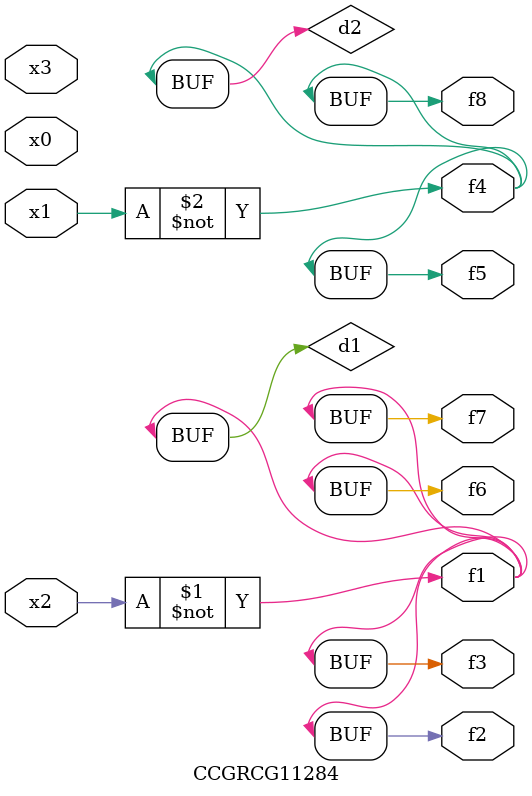
<source format=v>
module CCGRCG11284(
	input x0, x1, x2, x3,
	output f1, f2, f3, f4, f5, f6, f7, f8
);

	wire d1, d2;

	xnor (d1, x2);
	not (d2, x1);
	assign f1 = d1;
	assign f2 = d1;
	assign f3 = d1;
	assign f4 = d2;
	assign f5 = d2;
	assign f6 = d1;
	assign f7 = d1;
	assign f8 = d2;
endmodule

</source>
